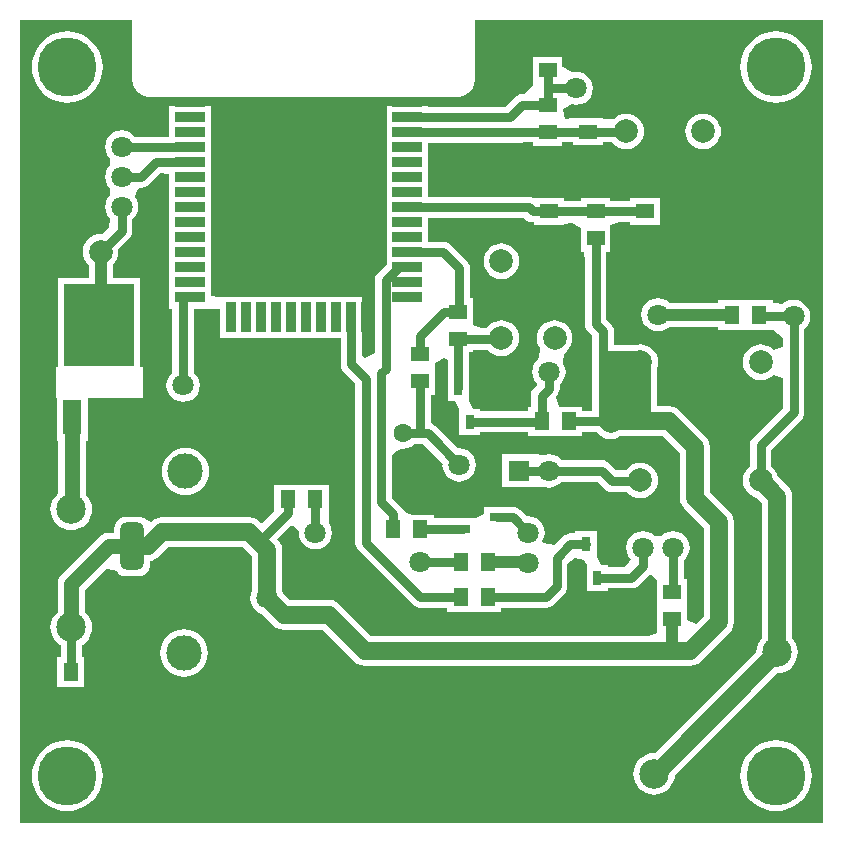
<source format=gbl>
G04 Layer_Physical_Order=2*
G04 Layer_Color=16711680*
%FSLAX25Y25*%
%MOIN*%
G70*
G01*
G75*
%ADD10C,0.19685*%
%ADD11C,0.03937*%
%ADD13C,0.07087*%
%ADD14C,0.07874*%
G04:AMPARAMS|DCode=15|XSize=157.48mil|YSize=78.74mil|CornerRadius=19.68mil|HoleSize=0mil|Usage=FLASHONLY|Rotation=90.000|XOffset=0mil|YOffset=0mil|HoleType=Round|Shape=RoundedRectangle|*
%AMROUNDEDRECTD15*
21,1,0.15748,0.03937,0,0,90.0*
21,1,0.11811,0.07874,0,0,90.0*
1,1,0.03937,0.01968,0.05905*
1,1,0.03937,0.01968,-0.05905*
1,1,0.03937,-0.01968,-0.05905*
1,1,0.03937,-0.01968,0.05905*
%
%ADD15ROUNDEDRECTD15*%
G04:AMPARAMS|DCode=16|XSize=157.48mil|YSize=78.74mil|CornerRadius=19.68mil|HoleSize=0mil|Usage=FLASHONLY|Rotation=0.000|XOffset=0mil|YOffset=0mil|HoleType=Round|Shape=RoundedRectangle|*
%AMROUNDEDRECTD16*
21,1,0.15748,0.03937,0,0,0.0*
21,1,0.11811,0.07874,0,0,0.0*
1,1,0.03937,0.05905,-0.01968*
1,1,0.03937,-0.05905,-0.01968*
1,1,0.03937,-0.05905,0.01968*
1,1,0.03937,0.05905,0.01968*
%
%ADD16ROUNDEDRECTD16*%
%ADD17C,0.11811*%
%ADD18C,0.06000*%
%ADD19R,0.07087X0.07087*%
%ADD20C,0.09842*%
%ADD21C,0.06299*%
%ADD22R,0.05905X0.05118*%
%ADD23R,0.05118X0.05905*%
%ADD24R,0.19685X0.19685*%
%ADD25R,0.03543X0.09842*%
%ADD26R,0.09842X0.03543*%
%ADD27R,0.03150X0.04724*%
%ADD28R,0.04724X0.03150*%
%ADD29R,0.06299X0.11811*%
%ADD30R,0.23622X0.27559*%
%ADD31C,0.03150*%
%ADD32C,0.05905*%
%ADD33C,0.05118*%
%ADD34R,0.17500X0.20000*%
%ADD35R,0.14000X0.05000*%
G36*
X133858Y-133858D02*
X-133858D01*
Y133858D01*
X-96495D01*
Y114173D01*
Y113786D01*
X-96457Y113592D01*
Y113394D01*
X-96305Y112633D01*
X-96230Y112451D01*
X-96191Y112257D01*
X-95894Y111540D01*
X-95785Y111376D01*
X-95709Y111193D01*
X-95278Y110548D01*
X-95138Y110409D01*
X-95029Y110244D01*
X-94480Y109696D01*
X-94316Y109586D01*
X-94176Y109446D01*
X-93531Y109016D01*
X-93348Y108940D01*
X-93184Y108830D01*
X-92468Y108533D01*
X-92274Y108495D01*
X-92091Y108419D01*
X-91330Y108268D01*
X-91133D01*
X-90939Y108229D01*
X12199D01*
X12393Y108268D01*
X12590D01*
X13351Y108419D01*
X13534Y108495D01*
X13727Y108533D01*
X14444Y108830D01*
X14608Y108940D01*
X14791Y109016D01*
X15436Y109446D01*
X15576Y109586D01*
X15740Y109696D01*
X16288Y110244D01*
X16398Y110409D01*
X16538Y110548D01*
X16969Y111193D01*
X17044Y111376D01*
X17154Y111540D01*
X17451Y112257D01*
X17490Y112451D01*
X17565Y112633D01*
X17717Y113394D01*
Y113592D01*
X17755Y113786D01*
Y114173D01*
Y133858D01*
X133858D01*
Y-133858D01*
D02*
G37*
%LPC*%
G36*
X-78740Y-8804D02*
X-80284Y-8957D01*
X-81768Y-9407D01*
X-83136Y-10138D01*
X-84335Y-11122D01*
X-85319Y-12321D01*
X-86050Y-13689D01*
X-86500Y-15173D01*
X-86652Y-16716D01*
X-86500Y-18260D01*
X-86050Y-19744D01*
X-85319Y-21112D01*
X-84335Y-22311D01*
X-83136Y-23295D01*
X-81768Y-24026D01*
X-80284Y-24477D01*
X-78740Y-24629D01*
X-77197Y-24477D01*
X-75712Y-24026D01*
X-74344Y-23295D01*
X-73146Y-22311D01*
X-72162Y-21112D01*
X-71430Y-19744D01*
X-70980Y-18260D01*
X-70828Y-16716D01*
X-70980Y-15173D01*
X-71430Y-13689D01*
X-72162Y-12321D01*
X-73146Y-11122D01*
X-74344Y-10138D01*
X-75712Y-9407D01*
X-77197Y-8957D01*
X-78740Y-8804D01*
D02*
G37*
G36*
X78740Y41111D02*
X77301Y40921D01*
X75960Y40366D01*
X74809Y39482D01*
X73926Y38331D01*
X73370Y36990D01*
X73181Y35551D01*
X73370Y34112D01*
X73926Y32772D01*
X74809Y31620D01*
X75960Y30737D01*
X77301Y30181D01*
X78740Y29992D01*
X80179Y30181D01*
X81520Y30737D01*
X82619Y31580D01*
X98945D01*
Y30579D01*
X104850D01*
X108000Y30579D01*
X111150Y30579D01*
X117055D01*
X117055Y30579D01*
X117277Y30606D01*
X120426Y27819D01*
Y24765D01*
X117277Y23773D01*
X117188Y23881D01*
X116289Y24619D01*
X115263Y25167D01*
X114150Y25505D01*
X112992Y25619D01*
X111834Y25505D01*
X110721Y25167D01*
X109695Y24619D01*
X108796Y23881D01*
X108058Y22982D01*
X107510Y21956D01*
X107172Y20843D01*
X107058Y19685D01*
X107172Y18527D01*
X107510Y17414D01*
X108058Y16388D01*
X108796Y15489D01*
X109695Y14751D01*
X110721Y14203D01*
X111834Y13865D01*
X112992Y13751D01*
X114150Y13865D01*
X115263Y14203D01*
X116289Y14751D01*
X117188Y15489D01*
X117277Y15597D01*
X120426Y14605D01*
Y4480D01*
X110465Y-5481D01*
X109897Y-6221D01*
X109540Y-7083D01*
X109418Y-8008D01*
Y-14978D01*
X108796Y-15489D01*
X108058Y-16388D01*
X107510Y-17414D01*
X107172Y-18527D01*
X107058Y-19685D01*
X107172Y-20843D01*
X107510Y-21956D01*
X108058Y-22982D01*
X108796Y-23881D01*
X109695Y-24619D01*
X110721Y-25167D01*
X111774Y-25487D01*
X113536Y-27249D01*
Y-72164D01*
X112724Y-73154D01*
X112084Y-74351D01*
X111690Y-75649D01*
X111568Y-76893D01*
X77849Y-110611D01*
X77500Y-110577D01*
X76149Y-110710D01*
X74851Y-111104D01*
X73654Y-111744D01*
X72605Y-112605D01*
X71744Y-113654D01*
X71104Y-114851D01*
X70710Y-116149D01*
X70577Y-117500D01*
X70710Y-118851D01*
X71104Y-120149D01*
X71744Y-121346D01*
X72605Y-122395D01*
X73654Y-123256D01*
X74851Y-123896D01*
X76149Y-124290D01*
X77500Y-124423D01*
X78851Y-124290D01*
X80149Y-123896D01*
X81346Y-123256D01*
X82395Y-122395D01*
X83256Y-121346D01*
X83896Y-120149D01*
X84290Y-118851D01*
X84360Y-118140D01*
X118588Y-83912D01*
X119831Y-83790D01*
X121130Y-83396D01*
X122327Y-82756D01*
X123376Y-81895D01*
X124237Y-80846D01*
X124876Y-79649D01*
X125270Y-78351D01*
X125403Y-77000D01*
X125270Y-75649D01*
X124876Y-74351D01*
X124237Y-73154D01*
X123464Y-72212D01*
Y-25193D01*
X123295Y-23908D01*
X122799Y-22711D01*
X122010Y-21683D01*
X118794Y-18467D01*
X118474Y-17414D01*
X117926Y-16388D01*
X117188Y-15489D01*
X116566Y-14978D01*
Y-9488D01*
X126527Y473D01*
X127095Y1213D01*
X127452Y2075D01*
X127574Y3000D01*
Y30795D01*
X127931Y31069D01*
X128815Y32220D01*
X129370Y33561D01*
X129559Y35000D01*
X129370Y36439D01*
X128815Y37780D01*
X127931Y38931D01*
X126780Y39815D01*
X125439Y40370D01*
X124000Y40559D01*
X122561Y40370D01*
X121220Y39815D01*
X120205Y39035D01*
X118042Y39375D01*
X117055Y39592D01*
Y40421D01*
X111150D01*
X108000Y40421D01*
X104850Y40421D01*
X98945D01*
Y39522D01*
X82619D01*
X81520Y40366D01*
X80179Y40921D01*
X78740Y41111D01*
D02*
G37*
G36*
X-79240Y-69304D02*
X-80784Y-69456D01*
X-82268Y-69907D01*
X-83636Y-70638D01*
X-84835Y-71622D01*
X-85819Y-72821D01*
X-86550Y-74189D01*
X-87000Y-75673D01*
X-87152Y-77217D01*
X-87000Y-78760D01*
X-86550Y-80244D01*
X-85819Y-81612D01*
X-84835Y-82811D01*
X-83636Y-83795D01*
X-82268Y-84526D01*
X-80784Y-84977D01*
X-79240Y-85129D01*
X-77697Y-84977D01*
X-76212Y-84526D01*
X-74844Y-83795D01*
X-73646Y-82811D01*
X-72662Y-81612D01*
X-71930Y-80244D01*
X-71480Y-78760D01*
X-71328Y-77217D01*
X-71480Y-75673D01*
X-71930Y-74189D01*
X-72662Y-72821D01*
X-73646Y-71622D01*
X-74844Y-70638D01*
X-76212Y-69907D01*
X-77697Y-69456D01*
X-79240Y-69304D01*
D02*
G37*
G36*
X-118110Y-106263D02*
X-119964Y-106409D01*
X-121771Y-106843D01*
X-123489Y-107554D01*
X-125074Y-108525D01*
X-126488Y-109733D01*
X-127695Y-111146D01*
X-128666Y-112732D01*
X-129378Y-114449D01*
X-129812Y-116257D01*
X-129958Y-118110D01*
X-129812Y-119964D01*
X-129378Y-121771D01*
X-128666Y-123489D01*
X-127695Y-125074D01*
X-126488Y-126488D01*
X-125074Y-127695D01*
X-123489Y-128666D01*
X-121771Y-129378D01*
X-119964Y-129812D01*
X-118110Y-129958D01*
X-116257Y-129812D01*
X-114449Y-129378D01*
X-112732Y-128666D01*
X-111146Y-127695D01*
X-109733Y-126488D01*
X-108525Y-125074D01*
X-107554Y-123489D01*
X-106843Y-121771D01*
X-106409Y-119964D01*
X-106263Y-118110D01*
X-106409Y-116257D01*
X-106843Y-114449D01*
X-107554Y-112732D01*
X-108525Y-111146D01*
X-109733Y-109733D01*
X-111146Y-108525D01*
X-112732Y-107554D01*
X-114449Y-106843D01*
X-116257Y-106409D01*
X-118110Y-106263D01*
D02*
G37*
G36*
X118110D02*
X116257Y-106409D01*
X114449Y-106843D01*
X112732Y-107554D01*
X111146Y-108525D01*
X109733Y-109733D01*
X108525Y-111146D01*
X107554Y-112732D01*
X106843Y-114449D01*
X106409Y-116257D01*
X106263Y-118110D01*
X106409Y-119964D01*
X106843Y-121771D01*
X107554Y-123489D01*
X108525Y-125074D01*
X109733Y-126488D01*
X111146Y-127695D01*
X112732Y-128666D01*
X114449Y-129378D01*
X116257Y-129812D01*
X118110Y-129958D01*
X119964Y-129812D01*
X121771Y-129378D01*
X123489Y-128666D01*
X125074Y-127695D01*
X126488Y-126488D01*
X127695Y-125074D01*
X128666Y-123489D01*
X129378Y-121771D01*
X129812Y-119964D01*
X129958Y-118110D01*
X129812Y-116257D01*
X129378Y-114449D01*
X128666Y-112732D01*
X127695Y-111146D01*
X126488Y-109733D01*
X125074Y-108525D01*
X123489Y-107554D01*
X121771Y-106843D01*
X119964Y-106409D01*
X118110Y-106263D01*
D02*
G37*
G36*
X-118110Y129958D02*
X-119964Y129812D01*
X-121771Y129378D01*
X-123489Y128666D01*
X-125074Y127695D01*
X-126488Y126488D01*
X-127695Y125074D01*
X-128666Y123489D01*
X-129378Y121771D01*
X-129812Y119964D01*
X-129958Y118110D01*
X-129812Y116257D01*
X-129378Y114449D01*
X-128666Y112732D01*
X-127695Y111146D01*
X-126488Y109733D01*
X-125074Y108525D01*
X-123489Y107554D01*
X-121771Y106843D01*
X-119964Y106409D01*
X-118110Y106263D01*
X-116257Y106409D01*
X-114449Y106843D01*
X-112732Y107554D01*
X-111146Y108525D01*
X-109733Y109733D01*
X-108525Y111146D01*
X-107554Y112732D01*
X-106843Y114449D01*
X-106409Y116257D01*
X-106263Y118110D01*
X-106409Y119964D01*
X-106843Y121771D01*
X-107554Y123489D01*
X-108525Y125074D01*
X-109733Y126488D01*
X-111146Y127695D01*
X-112732Y128666D01*
X-114449Y129378D01*
X-116257Y129812D01*
X-118110Y129958D01*
D02*
G37*
G36*
X93795Y102576D02*
X92638Y102462D01*
X91524Y102124D01*
X90499Y101576D01*
X89599Y100838D01*
X88861Y99938D01*
X88313Y98913D01*
X87975Y97799D01*
X87861Y96642D01*
X87975Y95484D01*
X88313Y94371D01*
X88861Y93345D01*
X89599Y92446D01*
X90499Y91708D01*
X91524Y91159D01*
X92638Y90822D01*
X93795Y90708D01*
X94953Y90822D01*
X96066Y91159D01*
X97092Y91708D01*
X97991Y92446D01*
X98729Y93345D01*
X99278Y94371D01*
X99615Y95484D01*
X99729Y96642D01*
X99615Y97799D01*
X99278Y98913D01*
X98729Y99938D01*
X97991Y100838D01*
X97092Y101576D01*
X96066Y102124D01*
X94953Y102462D01*
X93795Y102576D01*
D02*
G37*
G36*
X46921Y121500D02*
X37079D01*
Y112445D01*
X37079D01*
Y112223D01*
X34336Y109074D01*
X33500D01*
X33500Y109074D01*
X32575Y108952D01*
X31713Y108595D01*
X30973Y108027D01*
X27858Y104912D01*
X2126D01*
Y105079D01*
X-11654D01*
Y97598D01*
Y92598D01*
Y87598D01*
Y82598D01*
Y77598D01*
Y72598D01*
Y67598D01*
X-11614D01*
Y62598D01*
Y57598D01*
Y52440D01*
X-14527Y49527D01*
X-15095Y48787D01*
X-15452Y47925D01*
X-15574Y47000D01*
Y22924D01*
X-18723Y21254D01*
X-19891Y22045D01*
Y27795D01*
X-19724D01*
Y41575D01*
X-27205D01*
Y41535D01*
X-67126D01*
X-67205Y41535D01*
X-70276Y41726D01*
Y47598D01*
Y52598D01*
Y57598D01*
Y62598D01*
Y70079D01*
X-70315D01*
Y72598D01*
Y77598D01*
Y82598D01*
Y87598D01*
Y92598D01*
Y97598D01*
Y105079D01*
X-84095D01*
Y97598D01*
Y94912D01*
X-95671D01*
X-96069Y95431D01*
X-97220Y96315D01*
X-98561Y96870D01*
X-100000Y97059D01*
X-101439Y96870D01*
X-102780Y96315D01*
X-103931Y95431D01*
X-104815Y94280D01*
X-105370Y92939D01*
X-105559Y91500D01*
X-105370Y90061D01*
X-104815Y88720D01*
X-103931Y87569D01*
Y85431D01*
X-104815Y84280D01*
X-105370Y82939D01*
X-105559Y81500D01*
X-105370Y80061D01*
X-104815Y78720D01*
X-103931Y77569D01*
Y75431D01*
X-104815Y74280D01*
X-105370Y72939D01*
X-105559Y71500D01*
X-105370Y70061D01*
X-104815Y68720D01*
X-103931Y67569D01*
X-104118Y64542D01*
X-106498Y62385D01*
X-107000Y62434D01*
X-108158Y62320D01*
X-109271Y61982D01*
X-110297Y61434D01*
X-111196Y60696D01*
X-111934Y59797D01*
X-112482Y58771D01*
X-112820Y57658D01*
X-112934Y56500D01*
X-112820Y55342D01*
X-112482Y54229D01*
X-111934Y53203D01*
X-111196Y52304D01*
X-110971Y52119D01*
Y47748D01*
X-121280D01*
Y18000D01*
X-122047D01*
Y7874D01*
X-121614D01*
Y-6559D01*
X-121063D01*
Y-23893D01*
X-121704Y-24420D01*
X-122565Y-25469D01*
X-123205Y-26666D01*
X-123599Y-27964D01*
X-123732Y-29315D01*
X-123599Y-30666D01*
X-123205Y-31964D01*
X-122565Y-33161D01*
X-121704Y-34210D01*
X-120655Y-35071D01*
X-119458Y-35711D01*
X-118159Y-36105D01*
X-116809Y-36238D01*
X-115458Y-36105D01*
X-114159Y-35711D01*
X-112962Y-35071D01*
X-111913Y-34210D01*
X-111052Y-33161D01*
X-110413Y-31964D01*
X-110019Y-30666D01*
X-109886Y-29315D01*
X-110019Y-27964D01*
X-110413Y-26666D01*
X-111052Y-25469D01*
X-111913Y-24420D01*
X-111929Y-24406D01*
Y-6559D01*
X-111378D01*
Y7874D01*
X-93000D01*
Y18000D01*
X-93721D01*
Y47748D01*
X-103029D01*
Y52119D01*
X-102804Y52304D01*
X-102066Y53203D01*
X-101518Y54229D01*
X-101180Y55342D01*
X-101066Y56500D01*
X-101145Y57301D01*
X-97473Y60973D01*
X-97473Y60973D01*
X-96905Y61713D01*
X-96548Y62575D01*
X-96426Y63500D01*
Y67295D01*
X-96069Y67569D01*
X-95186Y68720D01*
X-94630Y70061D01*
X-94441Y71500D01*
X-94630Y72939D01*
X-95186Y74280D01*
X-95567Y74777D01*
X-94865Y76996D01*
X-94149Y77926D01*
X-93500D01*
X-92575Y78048D01*
X-91713Y78405D01*
X-90973Y78973D01*
X-87244Y82702D01*
X-84095Y82613D01*
Y77598D01*
Y72598D01*
Y67598D01*
X-84055D01*
Y62598D01*
Y57598D01*
Y52598D01*
Y47598D01*
Y42598D01*
Y37598D01*
X-83074D01*
Y16205D01*
X-83431Y15931D01*
X-84315Y14780D01*
X-84870Y13439D01*
X-85059Y12000D01*
X-84870Y10561D01*
X-84315Y9220D01*
X-83431Y8069D01*
X-82280Y7186D01*
X-80939Y6630D01*
X-79500Y6441D01*
X-78061Y6630D01*
X-76720Y7186D01*
X-75569Y8069D01*
X-74686Y9220D01*
X-74130Y10561D01*
X-73941Y12000D01*
X-74130Y13439D01*
X-74686Y14780D01*
X-75569Y15931D01*
X-75926Y16205D01*
Y37598D01*
X-70354D01*
X-70276Y37598D01*
X-67205Y37408D01*
Y27756D01*
X-27038D01*
Y18965D01*
X-26917Y18040D01*
X-26560Y17178D01*
X-25992Y16438D01*
X-22074Y12520D01*
Y-40500D01*
X-21952Y-41425D01*
X-21595Y-42287D01*
X-21027Y-43027D01*
X-3027Y-61027D01*
X-3027Y-61027D01*
X-2287Y-61595D01*
X-1425Y-61952D01*
X-500Y-62074D01*
X8445D01*
Y-63421D01*
X14350D01*
X17500Y-63421D01*
X20650Y-63421D01*
X26555D01*
Y-62074D01*
X41500D01*
X42425Y-61952D01*
X43287Y-61595D01*
X44027Y-61027D01*
X47527Y-57527D01*
X48095Y-56787D01*
X48452Y-55925D01*
X48574Y-55000D01*
X48574Y-55000D01*
Y-47719D01*
X51187Y-45686D01*
X54077Y-46200D01*
X54957Y-47780D01*
X54957Y-48370D01*
Y-51878D01*
X54926Y-52110D01*
X54957Y-52342D01*
Y-56441D01*
X62043D01*
Y-55684D01*
X69890D01*
X70815Y-55562D01*
X71677Y-55205D01*
X72417Y-54637D01*
X76009Y-51045D01*
X78568Y-52803D01*
X78579Y-52812D01*
Y-58350D01*
X78579Y-61500D01*
X78579Y-64650D01*
Y-70555D01*
X75836Y-71536D01*
X-16944D01*
X-27490Y-60990D01*
X-28518Y-60201D01*
X-29715Y-59705D01*
X-31000Y-59536D01*
X-43944D01*
X-46279Y-57201D01*
X-46536Y-56580D01*
Y-43000D01*
X-46705Y-41715D01*
X-47201Y-40518D01*
X-47990Y-39490D01*
X-48213Y-39267D01*
X-43713Y-34767D01*
X-42860Y-35037D01*
X-40898Y-36406D01*
X-40992Y-37126D01*
X-40803Y-38565D01*
X-40248Y-39906D01*
X-39364Y-41057D01*
X-38213Y-41941D01*
X-36872Y-42496D01*
X-35433Y-42685D01*
X-33994Y-42496D01*
X-32653Y-41941D01*
X-31502Y-41057D01*
X-30619Y-39906D01*
X-30063Y-38565D01*
X-29874Y-37126D01*
X-30063Y-35687D01*
X-30619Y-34346D01*
X-30858Y-34035D01*
X-30945Y-30921D01*
X-30945D01*
Y-21079D01*
X-36850D01*
X-40000Y-21079D01*
X-43150Y-21079D01*
X-49055D01*
Y-30001D01*
X-53267Y-34213D01*
X-53990Y-33490D01*
X-55018Y-32701D01*
X-56215Y-32205D01*
X-57500Y-32036D01*
X-86500D01*
X-87785Y-32205D01*
X-88982Y-32701D01*
X-90285Y-33410D01*
X-91680Y-33003D01*
X-92503Y-32372D01*
X-93460Y-31975D01*
X-94488Y-31840D01*
X-98425D01*
X-99453Y-31975D01*
X-100411Y-32372D01*
X-101233Y-33003D01*
X-101864Y-33825D01*
X-102261Y-34783D01*
X-102396Y-35811D01*
Y-37150D01*
X-104217D01*
X-105398Y-37306D01*
X-106500Y-37762D01*
X-107446Y-38487D01*
X-120038Y-51080D01*
X-120764Y-52025D01*
X-121220Y-53127D01*
X-121375Y-54309D01*
Y-63520D01*
X-121704Y-63790D01*
X-122565Y-64839D01*
X-123205Y-66036D01*
X-123599Y-67334D01*
X-123732Y-68685D01*
X-123599Y-70036D01*
X-123205Y-71334D01*
X-122565Y-72531D01*
X-121704Y-73580D01*
X-120655Y-74441D01*
X-120383Y-74587D01*
Y-78579D01*
X-121500D01*
Y-88421D01*
X-112445D01*
Y-78579D01*
X-113235D01*
Y-74587D01*
X-112962Y-74441D01*
X-111913Y-73580D01*
X-111052Y-72531D01*
X-110413Y-71334D01*
X-110019Y-70036D01*
X-109886Y-68685D01*
X-110019Y-67334D01*
X-110413Y-66036D01*
X-111052Y-64839D01*
X-111913Y-63790D01*
X-112242Y-63520D01*
Y-56200D01*
X-105281Y-49239D01*
X-104910Y-49167D01*
X-102672Y-49491D01*
X-101574Y-49986D01*
X-101233Y-50430D01*
X-100411Y-51061D01*
X-99453Y-51458D01*
X-98425Y-51593D01*
X-94488D01*
X-93460Y-51458D01*
X-92503Y-51061D01*
X-91680Y-50430D01*
X-91049Y-49608D01*
X-90653Y-48650D01*
X-90517Y-47622D01*
Y-46588D01*
X-89932Y-46511D01*
X-88735Y-46015D01*
X-87707Y-45226D01*
X-84444Y-41964D01*
X-59556D01*
X-56464Y-45056D01*
Y-56580D01*
X-56870Y-57561D01*
X-57059Y-59000D01*
X-56870Y-60439D01*
X-56314Y-61780D01*
X-55431Y-62931D01*
X-54280Y-63815D01*
X-53299Y-64221D01*
X-49510Y-68010D01*
X-48482Y-68799D01*
X-47285Y-69295D01*
X-46000Y-69464D01*
X-33056D01*
X-22510Y-80010D01*
X-21482Y-80799D01*
X-20285Y-81295D01*
X-19000Y-81464D01*
X89500D01*
X90785Y-81295D01*
X91982Y-80799D01*
X93010Y-80010D01*
X102510Y-70510D01*
X103299Y-69482D01*
X103795Y-68285D01*
X103964Y-67000D01*
Y-33500D01*
X103795Y-32215D01*
X103299Y-31018D01*
X102510Y-29990D01*
X95964Y-23444D01*
Y-8500D01*
X95795Y-7215D01*
X95299Y-6018D01*
X94510Y-4990D01*
X86010Y3510D01*
X84982Y4299D01*
X83785Y4795D01*
X82500Y4964D01*
X78507D01*
Y18041D01*
X78655Y18527D01*
X78769Y19685D01*
X78655Y20843D01*
X78317Y21956D01*
X77769Y22982D01*
X77031Y23881D01*
X76131Y24619D01*
X75106Y25167D01*
X73992Y25505D01*
X72835Y25619D01*
X71697Y25507D01*
X64074D01*
Y30000D01*
X63952Y30925D01*
X63595Y31787D01*
X63027Y32527D01*
X61546Y34008D01*
Y53165D01*
X61574Y53374D01*
X61574Y53374D01*
Y56445D01*
X62921D01*
Y62350D01*
X62921Y65500D01*
X65676Y66454D01*
X69579D01*
Y65500D01*
X79421D01*
Y74555D01*
X69579D01*
Y73601D01*
X62921D01*
Y74555D01*
X53079D01*
Y73546D01*
X47421D01*
Y74500D01*
X37579D01*
X37579Y74500D01*
X36586Y74791D01*
X35661Y74913D01*
X2126D01*
Y77598D01*
Y82598D01*
Y87598D01*
Y92765D01*
X12839D01*
X13764Y92887D01*
X13793Y92899D01*
X33445D01*
X33864Y92954D01*
X37079D01*
Y91945D01*
X46921D01*
Y92954D01*
X50579D01*
Y92000D01*
X60421D01*
Y92954D01*
X63592D01*
X64009Y92446D01*
X64908Y91708D01*
X65934Y91159D01*
X67047Y90822D01*
X68205Y90708D01*
X69362Y90822D01*
X70476Y91159D01*
X71501Y91708D01*
X72401Y92446D01*
X73139Y93345D01*
X73687Y94371D01*
X74025Y95484D01*
X74139Y96642D01*
X74025Y97799D01*
X73687Y98913D01*
X73139Y99938D01*
X72401Y100838D01*
X71501Y101576D01*
X70476Y102124D01*
X69362Y102462D01*
X68205Y102576D01*
X67047Y102462D01*
X65934Y102124D01*
X64908Y101576D01*
X64009Y100838D01*
X60680Y100798D01*
X60421Y101055D01*
Y101055D01*
X50579D01*
Y101055D01*
X47718Y100856D01*
X47120Y103935D01*
X47175Y104011D01*
X50061Y105630D01*
X51500Y105441D01*
X52939Y105630D01*
X54280Y106185D01*
X55431Y107069D01*
X56314Y108220D01*
X56870Y109561D01*
X57059Y111000D01*
X56870Y112439D01*
X56314Y113780D01*
X55431Y114931D01*
X54280Y115815D01*
X52939Y116370D01*
X51500Y116559D01*
X50061Y116370D01*
X47175Y117989D01*
X46921Y118345D01*
Y121500D01*
D02*
G37*
G36*
X118110Y129958D02*
X116257Y129812D01*
X114449Y129378D01*
X112732Y128666D01*
X111146Y127695D01*
X109733Y126488D01*
X108525Y125074D01*
X107554Y123489D01*
X106843Y121771D01*
X106409Y119964D01*
X106263Y118110D01*
X106409Y116257D01*
X106843Y114449D01*
X107554Y112732D01*
X108525Y111146D01*
X109733Y109733D01*
X111146Y108525D01*
X112732Y107554D01*
X114449Y106843D01*
X116257Y106409D01*
X118110Y106263D01*
X119964Y106409D01*
X121771Y106843D01*
X123489Y107554D01*
X125074Y108525D01*
X126488Y109733D01*
X127695Y111146D01*
X128666Y112732D01*
X129378Y114449D01*
X129812Y116257D01*
X129958Y118110D01*
X129812Y119964D01*
X129378Y121771D01*
X128666Y123489D01*
X127695Y125074D01*
X126488Y126488D01*
X125074Y127695D01*
X123489Y128666D01*
X121771Y129378D01*
X119964Y129812D01*
X118110Y129958D01*
D02*
G37*
%LPD*%
G36*
X34501Y67445D02*
X35241Y66877D01*
X36103Y66520D01*
X37028Y66399D01*
X37579D01*
Y65445D01*
X47421D01*
Y65910D01*
X50248Y66270D01*
X53079Y64447D01*
X53079Y62350D01*
Y56445D01*
X53966D01*
X54399Y53347D01*
Y32528D01*
X54520Y31603D01*
X54877Y30741D01*
X55445Y30000D01*
X56926Y28520D01*
Y3574D01*
X53555D01*
Y4921D01*
X47650D01*
X45930Y4921D01*
X44625Y8071D01*
X44929Y8375D01*
X45497Y9115D01*
X45854Y9977D01*
X45975Y10902D01*
Y12295D01*
X46333Y12569D01*
X47216Y13720D01*
X47771Y15061D01*
X47961Y16500D01*
X47771Y17939D01*
X47253Y19192D01*
X47199Y19357D01*
X47147Y19598D01*
X47531Y22407D01*
X47976Y23140D01*
X48487Y23560D01*
X49225Y24459D01*
X49774Y25485D01*
X50111Y26598D01*
X50225Y27756D01*
X50111Y28914D01*
X49774Y30027D01*
X49225Y31053D01*
X48487Y31952D01*
X47588Y32690D01*
X46562Y33238D01*
X45449Y33576D01*
X44291Y33690D01*
X43134Y33576D01*
X42020Y33238D01*
X40995Y32690D01*
X40095Y31952D01*
X39357Y31053D01*
X38809Y30027D01*
X38471Y28914D01*
X38357Y27756D01*
X38471Y26598D01*
X38809Y25485D01*
X39290Y24586D01*
X39363Y24391D01*
X39417Y23749D01*
X39087Y21411D01*
X38715Y20618D01*
X38471Y20431D01*
X37587Y19280D01*
X37032Y17939D01*
X36842Y16500D01*
X37032Y15061D01*
X37587Y13720D01*
X38471Y12569D01*
X38504Y12058D01*
X37473Y11027D01*
X36905Y10287D01*
X36548Y9425D01*
X36426Y8500D01*
Y4921D01*
X35445D01*
Y3464D01*
X19543D01*
Y4220D01*
X17229D01*
X15803Y6780D01*
X15803Y7370D01*
Y10878D01*
X15834Y11110D01*
Y22973D01*
X17181D01*
Y23926D01*
X22078D01*
X22379Y23560D01*
X23278Y22822D01*
X24304Y22274D01*
X25417Y21936D01*
X26575Y21822D01*
X27733Y21936D01*
X28846Y22274D01*
X29872Y22822D01*
X30771Y23560D01*
X31509Y24459D01*
X32057Y25485D01*
X32395Y26598D01*
X32509Y27756D01*
X32395Y28914D01*
X32057Y30027D01*
X31509Y31053D01*
X30771Y31952D01*
X29872Y32690D01*
X28846Y33238D01*
X27733Y33576D01*
X26575Y33690D01*
X25417Y33576D01*
X24304Y33238D01*
X23278Y32690D01*
X22379Y31952D01*
X21658Y31074D01*
X19936D01*
X17181Y32028D01*
Y41083D01*
X16074D01*
Y51000D01*
X15952Y51925D01*
X15595Y52787D01*
X15027Y53527D01*
X9689Y58866D01*
X8948Y59434D01*
X8086Y59791D01*
X7161Y59913D01*
X2165D01*
Y62598D01*
Y67765D01*
X34181D01*
X34501Y67445D01*
D02*
G37*
G36*
X8686Y20376D02*
Y11110D01*
X8716Y10878D01*
Y6780D01*
X11031D01*
X12457Y4220D01*
X12457Y3630D01*
Y122D01*
X12426Y-110D01*
X12457Y-342D01*
Y-4441D01*
X19543D01*
Y-3684D01*
X35445D01*
Y-4921D01*
X41350D01*
X44500Y-4921D01*
X47650Y-4921D01*
X53555D01*
Y-3574D01*
X58285D01*
X58796Y-4196D01*
X59695Y-4934D01*
X60721Y-5482D01*
X61835Y-5820D01*
X62992Y-5934D01*
X64150Y-5820D01*
X65263Y-5482D01*
X66233Y-4964D01*
X80444D01*
X86036Y-10556D01*
Y-25500D01*
X86205Y-26785D01*
X86701Y-27982D01*
X87490Y-29010D01*
X94036Y-35556D01*
Y-64944D01*
X91571Y-67409D01*
X88421Y-66105D01*
X88421Y-61500D01*
X88421Y-58350D01*
Y-52445D01*
X87314D01*
Y-46331D01*
X87671Y-46057D01*
X88555Y-44906D01*
X89110Y-43565D01*
X89299Y-42126D01*
X89110Y-40687D01*
X88555Y-39346D01*
X87671Y-38195D01*
X86520Y-37311D01*
X85179Y-36756D01*
X83740Y-36567D01*
X82301Y-36756D01*
X80961Y-37311D01*
X79809Y-38195D01*
X77671D01*
X76520Y-37311D01*
X75179Y-36756D01*
X73740Y-36567D01*
X72301Y-36756D01*
X70960Y-37311D01*
X69809Y-38195D01*
X68926Y-39346D01*
X68370Y-40687D01*
X68181Y-42126D01*
X68370Y-43565D01*
X68926Y-44906D01*
X69707Y-45924D01*
X69227Y-46805D01*
X67880Y-48536D01*
X62043D01*
Y-47780D01*
X59729D01*
X58303Y-45221D01*
X58303Y-44630D01*
Y-41122D01*
X58334Y-40890D01*
X58303Y-40658D01*
Y-36559D01*
X51217D01*
Y-37316D01*
X49610D01*
X48685Y-37438D01*
X47823Y-37795D01*
X47083Y-38363D01*
X47083Y-38363D01*
X44295Y-41151D01*
X40468Y-40678D01*
X40418Y-40608D01*
X40248Y-39906D01*
X40803Y-38565D01*
X40992Y-37126D01*
X40803Y-35687D01*
X40248Y-34346D01*
X39364Y-33195D01*
X38213Y-32311D01*
X36872Y-31756D01*
X35433Y-31567D01*
X34987Y-31625D01*
X32834Y-29473D01*
X32094Y-28905D01*
X31232Y-28548D01*
X30307Y-28426D01*
X25110D01*
X24878Y-28457D01*
X20779D01*
Y-30771D01*
X18221Y-32197D01*
X17630Y-32197D01*
X14122D01*
X13890Y-32166D01*
X4055D01*
Y-31079D01*
X-1850D01*
X-2935Y-31079D01*
X-3155Y-31073D01*
X-4841Y-30491D01*
X-6405Y-29213D01*
X-6973Y-28473D01*
X-6973Y-28473D01*
X-9926Y-25520D01*
Y-11388D01*
X-8801Y-10277D01*
X-6776Y-9081D01*
X-6157Y-9162D01*
X-4821Y-8986D01*
X-3576Y-8471D01*
X-2507Y-7650D01*
X555Y-7609D01*
X6999Y-14054D01*
X6941Y-14500D01*
X7130Y-15939D01*
X7685Y-17280D01*
X8569Y-18431D01*
X9720Y-19315D01*
X11061Y-19870D01*
X12500Y-20059D01*
X13939Y-19870D01*
X15280Y-19315D01*
X16431Y-18431D01*
X17314Y-17280D01*
X17870Y-15939D01*
X18059Y-14500D01*
X17870Y-13061D01*
X17314Y-11720D01*
X16431Y-10569D01*
X15280Y-9685D01*
X13939Y-9130D01*
X12500Y-8941D01*
X12054Y-8999D01*
X4527Y-1473D01*
X3787Y-905D01*
X3074Y-610D01*
Y8945D01*
X4421D01*
Y14850D01*
X4421Y18000D01*
X4421D01*
Y18000D01*
X4421D01*
Y19552D01*
X7571Y21172D01*
X8686Y20376D01*
D02*
G37*
%LPC*%
G36*
X26575Y59281D02*
X25417Y59167D01*
X24304Y58829D01*
X23278Y58280D01*
X22379Y57543D01*
X21641Y56643D01*
X21092Y55617D01*
X20755Y54504D01*
X20641Y53347D01*
X20755Y52189D01*
X21092Y51076D01*
X21641Y50050D01*
X22379Y49150D01*
X23278Y48412D01*
X24304Y47864D01*
X25417Y47526D01*
X26575Y47412D01*
X27733Y47526D01*
X28846Y47864D01*
X29872Y48412D01*
X30771Y49150D01*
X31509Y50050D01*
X32057Y51076D01*
X32395Y52189D01*
X32509Y53347D01*
X32395Y54504D01*
X32057Y55617D01*
X31509Y56643D01*
X30771Y57543D01*
X29872Y58280D01*
X28846Y58829D01*
X27733Y59167D01*
X26575Y59281D01*
D02*
G37*
G36*
X42402Y-10941D02*
X41063Y-11117D01*
X40874Y-11126D01*
X37913Y-10988D01*
X37913Y-10988D01*
X26890D01*
Y-22012D01*
X37913D01*
Y-22012D01*
X40874Y-21874D01*
X41063Y-21883D01*
X42402Y-22059D01*
X43840Y-21870D01*
X45181Y-21315D01*
X46333Y-20431D01*
X46607Y-20074D01*
X58520D01*
X60973Y-22527D01*
X61713Y-23095D01*
X62575Y-23452D01*
X63500Y-23574D01*
X63500Y-23574D01*
X68387D01*
X68639Y-23881D01*
X69538Y-24619D01*
X70564Y-25167D01*
X71677Y-25505D01*
X72835Y-25619D01*
X73992Y-25505D01*
X75106Y-25167D01*
X76131Y-24619D01*
X77031Y-23881D01*
X77769Y-22982D01*
X78317Y-21956D01*
X78655Y-20843D01*
X78769Y-19685D01*
X78655Y-18527D01*
X78317Y-17414D01*
X77769Y-16388D01*
X77031Y-15489D01*
X76131Y-14751D01*
X75106Y-14203D01*
X73992Y-13865D01*
X72835Y-13751D01*
X71677Y-13865D01*
X70564Y-14203D01*
X69538Y-14751D01*
X68639Y-15489D01*
X68043Y-16215D01*
X64879Y-16325D01*
X62527Y-13973D01*
X61787Y-13405D01*
X60925Y-13048D01*
X60000Y-12926D01*
X46607D01*
X46333Y-12569D01*
X45181Y-11686D01*
X43840Y-11130D01*
X42402Y-10941D01*
D02*
G37*
%LPD*%
D10*
X-118110Y-118110D02*
D03*
X118110D02*
D03*
Y118110D02*
D03*
X-118110D02*
D03*
D11*
X35307Y-47000D02*
X35433Y-47126D01*
X22028Y-47000D02*
X35307D01*
X78740Y35551D02*
X103472D01*
X-116500Y-68685D02*
X-114185D01*
X-107000Y31000D02*
Y56500D01*
X83500Y-76500D02*
Y-66028D01*
D13*
X-35433Y-37126D02*
D03*
Y-47126D02*
D03*
X73740Y-42126D02*
D03*
X83740D02*
D03*
X35433Y-47126D02*
D03*
Y-37126D02*
D03*
X78740Y35551D02*
D03*
Y45551D02*
D03*
X42402Y-16500D02*
D03*
X32402Y16500D02*
D03*
X42402D02*
D03*
X-100000Y91500D02*
D03*
Y71500D02*
D03*
Y81500D02*
D03*
Y101500D02*
D03*
X-79500Y12000D02*
D03*
X-69500D02*
D03*
X-51500Y-59000D02*
D03*
X124000Y35000D02*
D03*
X51500Y111000D02*
D03*
X12500Y-14500D02*
D03*
X-500Y-47000D02*
D03*
D14*
X44291Y53347D02*
D03*
Y27756D02*
D03*
X26575Y53347D02*
D03*
Y27756D02*
D03*
X62992Y0D02*
D03*
X72835Y19685D02*
D03*
Y-19685D02*
D03*
X112992Y19685D02*
D03*
Y-19685D02*
D03*
X68205Y114358D02*
D03*
X93795D02*
D03*
X68205Y96642D02*
D03*
X93795D02*
D03*
X-107000Y56500D02*
D03*
D15*
X-96457Y-41717D02*
D03*
D16*
X-75740Y-51717D02*
D03*
X-84240Y-64217D02*
D03*
D17*
X-78740Y-16716D02*
D03*
X-79240Y-77217D02*
D03*
D18*
X-84240Y-64217D02*
D03*
X-82677D02*
D03*
X-80709D02*
D03*
X-86614D02*
D03*
X-88583D02*
D03*
X-80083Y-51717D02*
D03*
X-78114D02*
D03*
X-72209D02*
D03*
X-74177D02*
D03*
X-75740D02*
D03*
X-96457Y-46059D02*
D03*
Y-44091D02*
D03*
Y-38185D02*
D03*
Y-40154D02*
D03*
Y-41717D02*
D03*
X50000Y-27000D02*
D03*
X-54000Y12000D02*
D03*
D19*
X32402Y-16500D02*
D03*
D20*
X-116809Y-29315D02*
D03*
Y-68685D02*
D03*
X77500Y-117500D02*
D03*
X-79980D02*
D03*
X118480Y-77000D02*
D03*
X-39000D02*
D03*
D21*
X-25842Y-4000D02*
D03*
X-6157D02*
D03*
D22*
X42500Y79028D02*
D03*
Y69972D02*
D03*
X55500Y87472D02*
D03*
Y96528D02*
D03*
X42000Y126028D02*
D03*
Y116972D02*
D03*
Y105528D02*
D03*
Y96472D02*
D03*
X12260Y36555D02*
D03*
Y27500D02*
D03*
X83500Y-56972D02*
D03*
Y-66028D02*
D03*
X58000Y70028D02*
D03*
Y60972D02*
D03*
X74500D02*
D03*
Y70028D02*
D03*
X-500Y22528D02*
D03*
Y13472D02*
D03*
D23*
X-107472Y-15500D02*
D03*
X-116528D02*
D03*
X-126028Y-83500D02*
D03*
X-116972D02*
D03*
X-44528Y-26000D02*
D03*
X-35472D02*
D03*
X103472Y35500D02*
D03*
X112528D02*
D03*
X39972Y0D02*
D03*
X49028D02*
D03*
X22028Y-47000D02*
D03*
X12972D02*
D03*
X-472Y-36000D02*
D03*
X-9528D02*
D03*
X12972Y-58500D02*
D03*
X22028D02*
D03*
D24*
X-40157Y79134D02*
D03*
D25*
X-23465Y34685D02*
D03*
X-18465D02*
D03*
X-43465Y34646D02*
D03*
X-38465D02*
D03*
X-33465D02*
D03*
X-28465D02*
D03*
X-48465D02*
D03*
X-53465D02*
D03*
X-58465D02*
D03*
X-63465D02*
D03*
D26*
X-4764Y106339D02*
D03*
Y101339D02*
D03*
Y96339D02*
D03*
Y91339D02*
D03*
Y71339D02*
D03*
Y76339D02*
D03*
Y81339D02*
D03*
Y86339D02*
D03*
X-4724Y46339D02*
D03*
Y41339D02*
D03*
Y51339D02*
D03*
Y56339D02*
D03*
Y61339D02*
D03*
Y66339D02*
D03*
X-77165D02*
D03*
Y61339D02*
D03*
Y56339D02*
D03*
Y51339D02*
D03*
Y41339D02*
D03*
Y46339D02*
D03*
X-77205Y86339D02*
D03*
Y81339D02*
D03*
Y76339D02*
D03*
Y71339D02*
D03*
Y91339D02*
D03*
Y96339D02*
D03*
Y101339D02*
D03*
Y106339D02*
D03*
D27*
X54760Y-40890D02*
D03*
X62240D02*
D03*
X58500Y-52110D02*
D03*
X12260Y11110D02*
D03*
X19740D02*
D03*
X16000Y-110D02*
D03*
D28*
X13890Y-35740D02*
D03*
Y-28260D02*
D03*
X25110Y-32000D02*
D03*
D29*
X-98504Y1315D02*
D03*
X-116496D02*
D03*
D30*
X-107500Y32000D02*
D03*
D31*
X33500Y96528D02*
X68205D01*
X41500Y-58500D02*
X45000Y-55000D01*
Y-45500D01*
X49610Y-40890D01*
X54760D01*
X58500Y-52110D02*
X69890D01*
X33445Y96472D02*
X33500Y96528D01*
X22000Y96472D02*
X33055D01*
X33445D01*
X69890Y-52110D02*
X73740Y-48260D01*
Y-42126D01*
X22028Y-58500D02*
X41500D01*
X-12000Y47000D02*
X-7661Y51339D01*
X-2756D01*
X-12000Y17500D02*
Y47000D01*
X12839Y96339D02*
X12972Y96472D01*
X22000D01*
X-2795Y96339D02*
X12839D01*
X-100000Y91339D02*
X-79173D01*
X25110Y-32000D02*
X30307D01*
X35433Y-37126D01*
X0Y-35740D02*
X13890D01*
X-9500Y-36000D02*
Y-31000D01*
X83740Y-56972D02*
Y-42126D01*
X12972Y-47000D02*
X13000D01*
X58000Y53374D02*
Y60972D01*
X57972Y53347D02*
X58000Y53374D01*
Y70028D02*
X74500D01*
X-2756Y56339D02*
X7161D01*
X12500Y51000D01*
X49028Y0D02*
X62992D01*
X42402Y10902D02*
Y16500D01*
X40000Y8500D02*
X42402Y10902D01*
X40000Y28D02*
Y8500D01*
X39972Y0D02*
X40000Y28D01*
X16000Y-110D02*
X39972D01*
X60000Y-16500D02*
X63500Y-20000D01*
X72520D01*
X72835Y-19685D01*
X32402Y-16500D02*
X42402D01*
X60000D01*
X12260Y11110D02*
Y27500D01*
X-500Y22528D02*
Y28500D01*
X7555Y36555D01*
X12500D02*
Y51000D01*
X57972Y32528D02*
Y53347D01*
X60500Y2492D02*
X62992Y0D01*
X60500Y2492D02*
Y30000D01*
X57972Y32528D02*
X60500Y30000D01*
X-13500Y-27000D02*
X-9500Y-31000D01*
X-13500Y-27000D02*
Y16000D01*
X-12000Y17500D01*
X-23465Y18965D02*
Y32717D01*
Y18965D02*
X-18500Y14000D01*
X-35433Y-37126D02*
Y-26039D01*
X-35472Y-26000D02*
X-35433Y-26039D01*
X-54250Y-40250D02*
X-44528Y-30528D01*
Y-26000D01*
X-116809Y-83336D02*
Y-68685D01*
X-116972Y-83500D02*
X-116809Y-83336D01*
X112992Y-19685D02*
Y-8008D01*
X113028Y35000D02*
X124000D01*
X112528Y35500D02*
X113028Y35000D01*
X112992Y-8008D02*
X124000Y3000D01*
Y35000D01*
X-2795Y101339D02*
X29339D01*
X33500Y105500D01*
X41972D01*
X42000Y105528D01*
Y111000D02*
X51500D01*
X42000Y105528D02*
Y111000D01*
Y116972D01*
X-2795Y71339D02*
X35661D01*
X37028Y69972D01*
X56500D01*
X7555Y36555D02*
X12260D01*
Y27500D02*
X26319D01*
X26575Y27756D01*
X-100000Y81500D02*
X-93500D01*
X-88661Y86339D01*
X-79173D01*
X-500Y-4000D02*
Y13472D01*
Y-47000D02*
X12972D01*
X-6157Y-4000D02*
X2000D01*
X12500Y-14500D01*
X-116809Y-29315D02*
X-116496Y-29002D01*
X-79500Y12000D02*
Y40972D01*
X-79134Y41339D01*
X-100000Y63500D02*
Y71500D01*
X-107000Y56500D02*
X-100000Y63500D01*
X-18500Y-40500D02*
Y14000D01*
Y-40500D02*
X-500Y-58500D01*
X12972D01*
D32*
X-96457Y-41717D02*
X-91216D01*
X-86500Y-37000D01*
X-57500D01*
X-54250Y-40250D02*
X-51500Y-43000D01*
X-57500Y-37000D02*
X-54250Y-40250D01*
X-31000Y-64500D02*
X-19000Y-76500D01*
X-51500Y-59000D02*
Y-43000D01*
Y-59000D02*
X-46000Y-64500D01*
X-31000D01*
X77740Y-117740D02*
X118500Y-76980D01*
Y-25193D01*
X112992Y-19685D02*
X118500Y-25193D01*
X62992Y0D02*
X82500D01*
X91000Y-25500D02*
X99000Y-33500D01*
X91000Y-25500D02*
Y-8500D01*
X82500Y0D02*
X91000Y-8500D01*
X89500Y-76500D02*
X99000Y-67000D01*
Y-33500D01*
X-19000Y-76500D02*
X83500D01*
X89500D01*
D33*
X-104217Y-41717D02*
X-96457D01*
X-116809Y-68685D02*
Y-54309D01*
X-104217Y-41717D01*
X-116496Y-29002D02*
Y1315D01*
D34*
X67750Y10000D02*
D03*
D35*
X66000Y21000D02*
D03*
M02*

</source>
